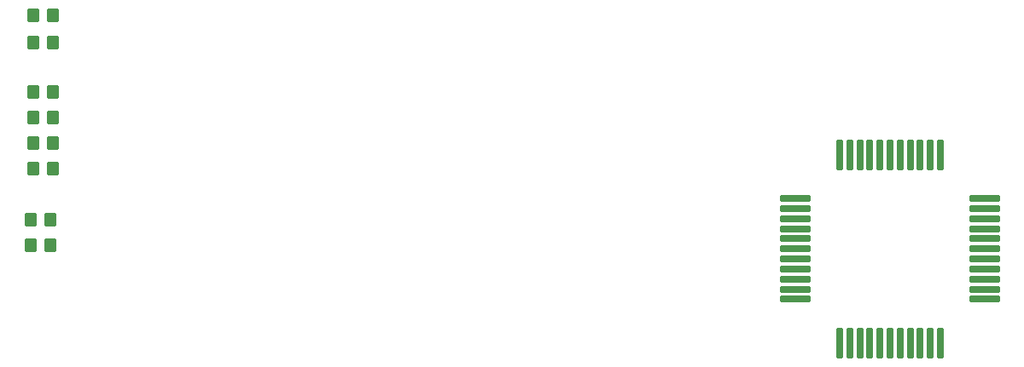
<source format=gbr>
%TF.GenerationSoftware,KiCad,Pcbnew,9.0.3-1.fc42*%
%TF.CreationDate,2025-11-28T05:18:47+00:00*%
%TF.ProjectId,qfp_1mm_44_pin,7166705f-316d-46d5-9f34-345f70696e2e,rev?*%
%TF.SameCoordinates,Original*%
%TF.FileFunction,Paste,Top*%
%TF.FilePolarity,Positive*%
%FSLAX46Y46*%
G04 Gerber Fmt 4.6, Leading zero omitted, Abs format (unit mm)*
G04 Created by KiCad (PCBNEW 9.0.3-1.fc42) date 2025-11-28 05:18:47*
%MOMM*%
%LPD*%
G01*
G04 APERTURE LIST*
G04 Aperture macros list*
%AMRoundRect*
0 Rectangle with rounded corners*
0 $1 Rounding radius*
0 $2 $3 $4 $5 $6 $7 $8 $9 X,Y pos of 4 corners*
0 Add a 4 corners polygon primitive as box body*
4,1,4,$2,$3,$4,$5,$6,$7,$8,$9,$2,$3,0*
0 Add four circle primitives for the rounded corners*
1,1,$1+$1,$2,$3*
1,1,$1+$1,$4,$5*
1,1,$1+$1,$6,$7*
1,1,$1+$1,$8,$9*
0 Add four rect primitives between the rounded corners*
20,1,$1+$1,$2,$3,$4,$5,0*
20,1,$1+$1,$4,$5,$6,$7,0*
20,1,$1+$1,$6,$7,$8,$9,0*
20,1,$1+$1,$8,$9,$2,$3,0*%
G04 Aperture macros list end*
%ADD10RoundRect,0.105000X-1.395000X-0.245000X1.395000X-0.245000X1.395000X0.245000X-1.395000X0.245000X0*%
%ADD11RoundRect,0.105000X0.245000X-1.395000X0.245000X1.395000X-0.245000X1.395000X-0.245000X-1.395000X0*%
%ADD12RoundRect,0.105000X1.395000X0.245000X-1.395000X0.245000X-1.395000X-0.245000X1.395000X-0.245000X0*%
%ADD13RoundRect,0.105000X-0.245000X1.395000X-0.245000X-1.395000X0.245000X-1.395000X0.245000X1.395000X0*%
%ADD14RoundRect,0.250000X-0.350000X-0.450000X0.350000X-0.450000X0.350000X0.450000X-0.350000X0.450000X0*%
G04 APERTURE END LIST*
D10*
%TO.C,U2*%
X173275000Y-84100000D03*
X173275000Y-83100000D03*
X173275000Y-82100000D03*
X173275000Y-81100000D03*
X173275000Y-80100000D03*
X173275000Y-79100000D03*
X173275000Y-78100000D03*
X173275000Y-77100000D03*
X173275000Y-76100000D03*
X173275000Y-75100000D03*
X173275000Y-74100000D03*
D11*
X168900000Y-69725000D03*
X167900000Y-69725000D03*
X166900000Y-69725000D03*
X165900000Y-69725000D03*
X164900000Y-69725000D03*
X163900000Y-69725000D03*
X162900000Y-69725000D03*
X161900000Y-69725000D03*
X160900000Y-69725000D03*
X159900000Y-69725000D03*
X158900000Y-69725000D03*
D12*
X154525000Y-74100000D03*
X154525000Y-75100000D03*
X154525000Y-76100000D03*
X154525000Y-77100000D03*
X154525000Y-78100000D03*
X154525000Y-79100000D03*
X154525000Y-80100000D03*
X154525000Y-81100000D03*
X154525000Y-82100000D03*
X154525000Y-83100000D03*
X154525000Y-84100000D03*
D13*
X158900000Y-88475000D03*
X159900000Y-88475000D03*
X160900000Y-88475000D03*
X161900000Y-88475000D03*
X162900000Y-88475000D03*
X163900000Y-88475000D03*
X164900000Y-88475000D03*
X165900000Y-88475000D03*
X166900000Y-88475000D03*
X167900000Y-88475000D03*
X168900000Y-88475000D03*
%TD*%
D14*
%TO.C,R8*%
X80613000Y-78740000D03*
X78613000Y-78740000D03*
%TD*%
%TO.C,R1*%
X80883000Y-55880000D03*
X78883000Y-55880000D03*
%TD*%
%TO.C,R5*%
X80867000Y-68580000D03*
X78867000Y-68580000D03*
%TD*%
%TO.C,R6*%
X80867000Y-71120000D03*
X78867000Y-71120000D03*
%TD*%
%TO.C,R7*%
X80613000Y-76200000D03*
X78613000Y-76200000D03*
%TD*%
%TO.C,R2*%
X80883000Y-58547000D03*
X78883000Y-58547000D03*
%TD*%
%TO.C,R3*%
X80867000Y-63500000D03*
X78867000Y-63500000D03*
%TD*%
%TO.C,R4*%
X80867000Y-66040000D03*
X78867000Y-66040000D03*
%TD*%
M02*

</source>
